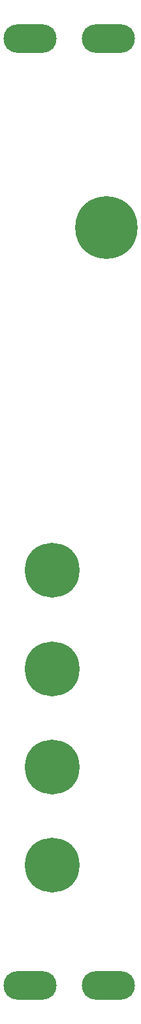
<source format=gbr>
%TF.GenerationSoftware,KiCad,Pcbnew,(5.1.6)-1*%
%TF.CreationDate,2021-04-21T22:03:43+02:00*%
%TF.ProjectId,answertainty faceplate,616e7377-6572-4746-9169-6e7479206661,rev?*%
%TF.SameCoordinates,Original*%
%TF.FileFunction,Soldermask,Top*%
%TF.FilePolarity,Negative*%
%FSLAX46Y46*%
G04 Gerber Fmt 4.6, Leading zero omitted, Abs format (unit mm)*
G04 Created by KiCad (PCBNEW (5.1.6)-1) date 2021-04-21 22:03:43*
%MOMM*%
%LPD*%
G01*
G04 APERTURE LIST*
%ADD10C,8.100000*%
%ADD11C,7.100000*%
%ADD12O,6.900000X3.700000*%
G04 APERTURE END LIST*
D10*
%TO.C,REF\u002A\u002A*%
X119000000Y-78220000D03*
%TD*%
D11*
%TO.C,REF\u002A\u002A*%
X112000000Y-122650000D03*
%TD*%
%TO.C,REF\u002A\u002A*%
X112000000Y-135370000D03*
%TD*%
%TO.C,REF\u002A\u002A*%
X112000000Y-148070000D03*
%TD*%
%TO.C,REF\u002A\u002A*%
X112000000Y-160770000D03*
%TD*%
D12*
%TO.C,REF\u002A\u002A*%
X109100000Y-53800000D03*
%TD*%
%TO.C,REF\u002A\u002A*%
X119260000Y-53800000D03*
%TD*%
%TO.C,REF\u002A\u002A*%
X119260000Y-176370000D03*
%TD*%
%TO.C,REF\u002A\u002A*%
X109100000Y-176370000D03*
%TD*%
M02*

</source>
